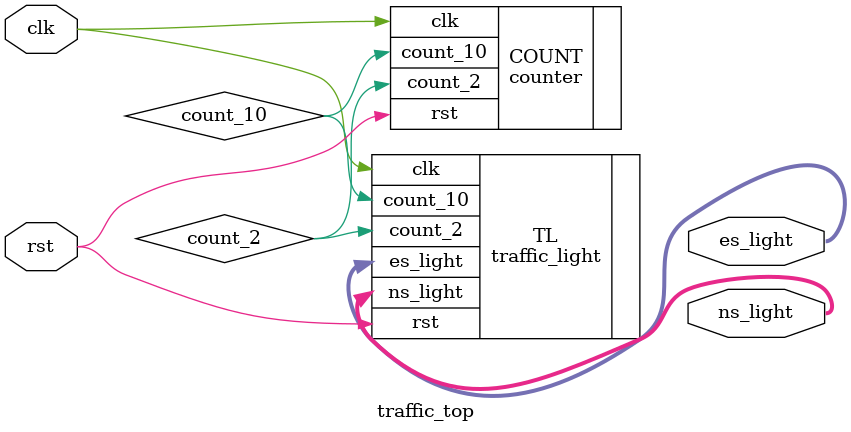
<source format=v>
module traffic_top (
    input wire clk, 
    input wire rst, 

    output [1:0] es_light,
    output [1:0] ns_light
); 

    traffic_light TL( 
        .clk(clk), 
        .rst(rst), 
        .count_10(count_10), 
        .count_2(count_2),

        .es_light(es_light),
        .ns_light(ns_light)
    ); 

    counter COUNT(
        .clk(clk), 
        .rst(rst), 
        .count_10(count_10), 
        .count_2(count_2)
    );


endmodule
</source>
